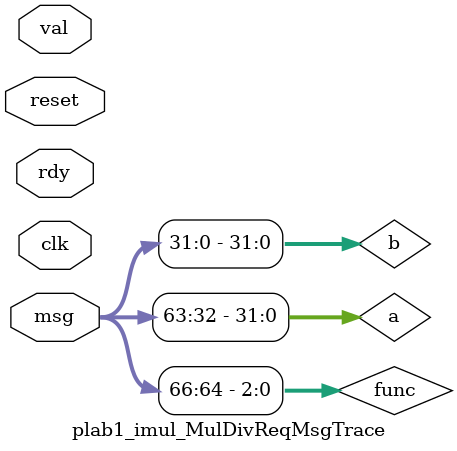
<source format=v>

`ifndef PLAB1_IMUL_MSGS_V
`define PLAB1_IMUL_MSGS_V


// Size of message

`define PLAB1_IMUL_MULDIV_REQ_MSG_NBITS         67

// Size and enums for each field

`define PLAB1_IMUL_MULDIV_REQ_MSG_FUNC_NBITS     3
`define PLAB1_IMUL_MULDIV_REQ_MSG_FUNC_MUL    3'd0
`define PLAB1_IMUL_MULDIV_REQ_MSG_FUNC_DIV    3'd1
`define PLAB1_IMUL_MULDIV_REQ_MSG_FUNC_DIVU   3'd2
`define PLAB1_IMUL_MULDIV_REQ_MSG_FUNC_REM    3'd3
`define PLAB1_IMUL_MULDIV_REQ_MSG_FUNC_REMU   3'd4
`define PLAB1_IMUL_MULDIV_REQ_MSG_FUNC_X      3'dx

`define PLAB1_IMUL_MULDIV_REQ_MSG_A_NBITS      32
`define PLAB1_IMUL_MULDIV_REQ_MSG_B_NBITS      32

// Location of each field

`define PLAB1_IMUL_MULDIV_REQ_MSG_FUNC_FIELD  66:64
`define PLAB1_IMUL_MULDIV_REQ_MSG_A_FIELD     63:32
`define PLAB1_IMUL_MULDIV_REQ_MSG_B_FIELD     31:0

//------------------------------------------------------------------------
// Pack message
//------------------------------------------------------------------------

module plab1_imul_MulDivReqMsgPack
(
  // Unpacked message

  input [`PLAB1_IMUL_MULDIV_REQ_MSG_FUNC_NBITS-1:0] func,
  input [`PLAB1_IMUL_MULDIV_REQ_MSG_A_NBITS-1:0]    a,
  input [`PLAB1_IMUL_MULDIV_REQ_MSG_B_NBITS-1:0]    b,

  // Packed message

  output [`PLAB1_IMUL_MULDIV_REQ_MSG_NBITS-1:0]     msg
);

  assign msg[`PLAB1_IMUL_MULDIV_REQ_MSG_FUNC_FIELD] = func;
  assign msg[`PLAB1_IMUL_MULDIV_REQ_MSG_A_FIELD]    = a;
  assign msg[`PLAB1_IMUL_MULDIV_REQ_MSG_B_FIELD]    = b;

endmodule

//------------------------------------------------------------------------
// Unpack message
//------------------------------------------------------------------------

module plab1_imul_MulDivReqMsgUnpack
(
  // Packed message

  input  [`PLAB1_IMUL_MULDIV_REQ_MSG_NBITS-1:0]      msg,

  // Unpacked message

  output [`PLAB1_IMUL_MULDIV_REQ_MSG_FUNC_NBITS-1:0] func,
  output [`PLAB1_IMUL_MULDIV_REQ_MSG_A_NBITS-1:0]    a,
  output [`PLAB1_IMUL_MULDIV_REQ_MSG_B_NBITS-1:0]    b
);

  assign a    = msg[`PLAB1_IMUL_MULDIV_REQ_MSG_A_FIELD];
  assign b    = msg[`PLAB1_IMUL_MULDIV_REQ_MSG_B_FIELD];
  assign func = msg[`PLAB1_IMUL_MULDIV_REQ_MSG_FUNC_FIELD];

endmodule

//------------------------------------------------------------------------
// Convert message to string
//------------------------------------------------------------------------

module plab1_imul_MulDivReqMsgTrace
(
  input                                        clk,
  input                                        reset,
  input                                        val,
  input                                        rdy,
  input [`PLAB1_IMUL_MULDIV_REQ_MSG_NBITS-1:0] msg
);

  // Local constants

  localparam c_mul  = `PLAB1_IMUL_MULDIV_REQ_MSG_FUNC_MUL;
  localparam c_div  = `PLAB1_IMUL_MULDIV_REQ_MSG_FUNC_DIV;
  localparam c_divu = `PLAB1_IMUL_MULDIV_REQ_MSG_FUNC_DIVU;
  localparam c_rem  = `PLAB1_IMUL_MULDIV_REQ_MSG_FUNC_REM;
  localparam c_remu = `PLAB1_IMUL_MULDIV_REQ_MSG_FUNC_REMU;

  // Extract fields

  wire [`PLAB1_IMUL_MULDIV_REQ_MSG_FUNC_NBITS-1:0] func
    = msg[`PLAB1_IMUL_MULDIV_REQ_MSG_FUNC_FIELD];

  wire [`PLAB1_IMUL_MULDIV_REQ_MSG_A_NBITS-1:0] a
    = msg[`PLAB1_IMUL_MULDIV_REQ_MSG_A_FIELD];

  wire [`PLAB1_IMUL_MULDIV_REQ_MSG_B_NBITS-1:0] b
    = msg[`PLAB1_IMUL_MULDIV_REQ_MSG_B_FIELD];

endmodule

`endif /* PLAB1_IMUL_MULDIV_MSGS_V */


</source>
